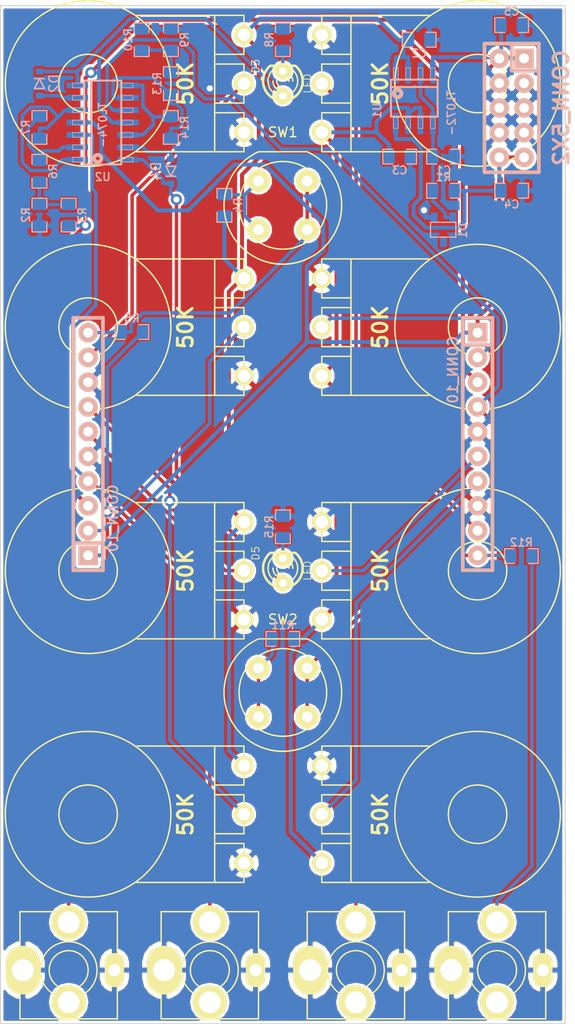
<source format=kicad_pcb>
(kicad_pcb (version 3) (host pcbnew "(2014-02-02 BZR 4653)-product")
  (layers (15 F.Cu signal) (0 B.Cu signal) (18 B.Paste user) (19 F.Paste user) (20 B.SilkS user) (21 F.SilkS user) (22 B.Mask user) (23 F.Mask user) (28 Edge.Cuts user))
  (net 0 "")
  (net 1 +12V)
  (net 2 "+5.0V A")
  (net 3 "+5.0V B")
  (net 4 -12V)
  (net 5 ATT1)
  (net 6 ATT2)
  (net 7 DEC1)
  (net 8 DEC2)
  (net 9 GATE1)
  (net 10 GATE2)
  (net 11 GND)
  (net 12 N-0000012)
  (net 13 N-0000014)
  (net 14 N-0000015)
  (net 15 N-0000016)
  (net 16 N-0000017)
  (net 17 N-0000018)
  (net 18 N-0000019)
  (net 19 N-0000020)
  (net 20 N-0000021)
  (net 21 N-0000022)
  (net 22 N-0000023)
  (net 23 N-0000027)
  (net 24 N-0000030)
  (net 25 N-0000031)
  (net 26 N-0000036)
  (net 27 N-0000038)
  (net 28 N-0000039)
  (net 29 OUT1)
  (net 30 OUT2)
  (net 31 REL1)
  (net 32 REL2)
  (net 33 SUS1)
  (net 34 SUS2)
  (module SOT23-JRL (layer B.Cu) (at 156.5 116)
    (fp_text reference D1 (at 1.99898 0.09906 270) (layer B.SilkS) (effects (font (size 0.8128 0.8128) (thickness 0.1524)) (justify mirror)))
    (fp_text value LM4040-5.0 hide)
    (pad 3 smd rect (at 0 1.27) (size 0.70104 1.00076) (layers B.Cu B.Paste B.Mask))
    (pad 1 smd rect (at 0.9525 -1.27) (size 0.70104 1.00076) (layers B.Cu B.Paste B.Mask) (net 26 N-0000036))
    (pad 2 smd rect (at -0.9525 -1.27) (size 0.70104 1.00076) (layers B.Cu B.Paste B.Mask) (net 11 GND))
  )
  (module SOIC-8-JRL (layer B.Cu) (at 153.5 102.5)
    (fp_text reference U1 (at -3.81 1.27 270) (layer B.SilkS) (effects (font (size 0.8128 0.8128) (thickness 0.1524)) (justify mirror)))
    (fp_text value TL072- (at 3.81 1.524 270) (layer B.SilkS) (effects (font (size 0.8128 0.8128) (thickness 0.1524)) (justify mirror)))
    (pad 1 smd rect (at -1.905 -2.59842) (size 0.59944 2.19964) (layers B.Cu B.Paste B.Mask) (net 2 "+5.0V A"))
    (pad 2 smd rect (at -0.635 -2.59842) (size 0.59944 2.19964) (layers B.Cu B.Paste B.Mask) (net 2 "+5.0V A"))
    (pad 3 smd rect (at 0.635 -2.59842) (size 0.59944 2.19964) (layers B.Cu B.Paste B.Mask) (net 26 N-0000036))
    (pad 4 smd rect (at 1.905 -2.59842) (size 0.59944 2.19964) (layers B.Cu B.Paste B.Mask) (net 4 -12V))
    (pad 5 smd rect (at 1.905 2.59842) (size 0.59944 2.19964) (layers B.Cu B.Paste B.Mask) (net 26 N-0000036))
    (pad 6 smd rect (at 0.635 2.59842) (size 0.59944 2.19964) (layers B.Cu B.Paste B.Mask) (net 3 "+5.0V B"))
    (pad 7 smd rect (at -0.635 2.59842) (size 0.59944 2.19964) (layers B.Cu B.Paste B.Mask) (net 3 "+5.0V B"))
    (pad 8 smd rect (at -1.905 2.59842) (size 0.59944 2.19964) (layers B.Cu B.Paste B.Mask) (net 1 +12V))
  )
  (module SOD323-JRL (layer B.Cu) (at 115 101 90)
    (fp_text reference D2 (at 0 1.524 90) (layer B.SilkS) (effects (font (size 1.016 1.016) (thickness 0.1524)) (justify mirror)))
    (fp_text value 1N4148 hide)
    (pad 1 smd rect (at -1.2446 0 90) (size 0.6096 0.762) (layers B.Cu B.Paste B.Mask) (net 24 N-0000030))
    (pad 2 smd rect (at 1.2446 0 90) (size 0.6096 0.762) (layers B.Cu B.Paste B.Mask) (net 28 N-0000039))
  )
  (module SOD323-JRL (layer B.Cu) (at 128.5 110 270)
    (fp_text reference D4 (at 0 1.524 270) (layer B.SilkS) (effects (font (size 1.016 1.016) (thickness 0.1524)) (justify mirror)))
    (fp_text value 1N4148 hide)
    (pad 1 smd rect (at -1.2446 0 270) (size 0.6096 0.762) (layers B.Cu B.Paste B.Mask) (net 18 N-0000019))
    (pad 2 smd rect (at 1.2446 0 270) (size 0.6096 0.762) (layers B.Cu B.Paste B.Mask) (net 17 N-0000018))
  )
  (module SO14-JRL (layer B.Cu) (at 121.5 105 90)
    (fp_text reference U2 (at -5.588 0 360) (layer B.SilkS) (effects (font (size 0.8128 0.8128) (thickness 0.1524)) (justify mirror)))
    (fp_text value TL074- (at -0.254 0 90) (layer B.SilkS) (effects (font (size 0.8128 0.8128) (thickness 0.1524)) (justify mirror)))
    (pad 1 smd rect (at -3.81 -2.59842 90) (size 0.59944 2.19964) (layers B.Cu B.Paste B.Mask) (net 25 N-0000031))
    (pad 2 smd rect (at -2.54 -2.59842 90) (size 0.59944 2.19964) (layers B.Cu B.Paste B.Mask) (net 14 N-0000015))
    (pad 3 smd rect (at -1.27 -2.59842 90) (size 0.59944 2.19964) (layers B.Cu B.Paste B.Mask) (net 29 OUT1))
    (pad 4 smd rect (at 0 -2.59842 90) (size 0.59944 2.19964) (layers B.Cu B.Paste B.Mask) (net 1 +12V))
    (pad 5 smd rect (at 1.27 -2.59842 90) (size 0.59944 2.19964) (layers B.Cu B.Paste B.Mask) (net 25 N-0000031))
    (pad 6 smd rect (at 2.54 -2.59842 90) (size 0.59944 2.19964) (layers B.Cu B.Paste B.Mask) (net 24 N-0000030))
    (pad 7 smd rect (at 3.81 -2.59842 90) (size 0.59944 2.19964) (layers B.Cu B.Paste B.Mask) (net 28 N-0000039))
    (pad 8 smd rect (at 3.81 2.59842 90) (size 0.59944 2.19964) (layers B.Cu B.Paste B.Mask) (net 22 N-0000023))
    (pad 9 smd rect (at 2.54 2.59842 90) (size 0.59944 2.19964) (layers B.Cu B.Paste B.Mask) (net 16 N-0000017))
    (pad 10 smd rect (at 1.27 2.59842 90) (size 0.59944 2.19964) (layers B.Cu B.Paste B.Mask) (net 30 OUT2))
    (pad 11 smd rect (at 0 2.59842 90) (size 0.59944 2.19964) (layers B.Cu B.Paste B.Mask) (net 4 -12V))
    (pad 12 smd rect (at -1.27 2.59842 90) (size 0.59944 2.19964) (layers B.Cu B.Paste B.Mask) (net 22 N-0000023))
    (pad 13 smd rect (at -2.54 2.59842 90) (size 0.59944 2.19964) (layers B.Cu B.Paste B.Mask) (net 18 N-0000019))
    (pad 14 smd rect (at -3.81 2.59842 90) (size 0.59944 2.19964) (layers B.Cu B.Paste B.Mask) (net 17 N-0000018))
  )
  (module SM0805-HAND (layer B.Cu) (at 115 105.5 270)
    (fp_text reference R7 (at 0 1.397 270) (layer B.SilkS) (effects (font (size 0.8128 0.8128) (thickness 0.1524)) (justify mirror)))
    (fp_text value 82K hide)
    (pad 1 smd rect (at -1.0795 0 270) (size 1.143 1.397) (layers B.Cu B.Paste B.Mask) (net 14 N-0000015))
    (pad 2 smd rect (at 1.0795 0 270) (size 1.143 1.397) (layers B.Cu B.Paste B.Mask) (net 25 N-0000031))
  )
  (module SM0805-HAND (layer B.Cu) (at 164.5 149.5 180)
    (fp_text reference R12 (at 0 1.397 180) (layer B.SilkS) (effects (font (size 0.8128 0.8128) (thickness 0.1524)) (justify mirror)))
    (fp_text value 10K hide)
    (pad 1 smd rect (at -1.0795 0 180) (size 1.143 1.397) (layers B.Cu B.Paste B.Mask) (net 20 N-0000021))
    (pad 2 smd rect (at 1.0795 0 180) (size 1.143 1.397) (layers B.Cu B.Paste B.Mask) (net 10 GATE2))
  )
  (module SM0805-HAND (layer B.Cu) (at 115 110 90)
    (fp_text reference R6 (at 0 1.397 90) (layer B.SilkS) (effects (font (size 0.8128 0.8128) (thickness 0.1524)) (justify mirror)))
    (fp_text value 100K hide)
    (pad 1 smd rect (at -1.0795 0 90) (size 1.143 1.397) (layers B.Cu B.Paste B.Mask) (net 13 N-0000014))
    (pad 2 smd rect (at 1.0795 0 90) (size 1.143 1.397) (layers B.Cu B.Paste B.Mask) (net 14 N-0000015))
  )
  (module SM0805-HAND (layer B.Cu) (at 115 114.5 270)
    (fp_text reference R2 (at 0 1.397 270) (layer B.SilkS) (effects (font (size 0.8128 0.8128) (thickness 0.1524)) (justify mirror)))
    (fp_text value 120K hide)
    (pad 1 smd rect (at -1.0795 0 270) (size 1.143 1.397) (layers B.Cu B.Paste B.Mask) (net 13 N-0000014))
    (pad 2 smd rect (at 1.0795 0 270) (size 1.143 1.397) (layers B.Cu B.Paste B.Mask) (net 11 GND))
  )
  (module SM0805-HAND (layer B.Cu) (at 118 114.5 90)
    (fp_text reference R3 (at 0 1.397 90) (layer B.SilkS) (effects (font (size 0.8128 0.8128) (thickness 0.1524)) (justify mirror)))
    (fp_text value 330K hide)
    (pad 1 smd rect (at -1.0795 0 90) (size 1.143 1.397) (layers B.Cu B.Paste B.Mask) (net 4 -12V))
    (pad 2 smd rect (at 1.0795 0 90) (size 1.143 1.397) (layers B.Cu B.Paste B.Mask) (net 13 N-0000014))
  )
  (module SM0805-HAND (layer B.Cu) (at 124.5 126.5 180)
    (fp_text reference R5 (at 0 1.397 180) (layer B.SilkS) (effects (font (size 0.8128 0.8128) (thickness 0.1524)) (justify mirror)))
    (fp_text value 10K hide)
    (pad 1 smd rect (at -1.0795 0 180) (size 1.143 1.397) (layers B.Cu B.Paste B.Mask) (net 23 N-0000027))
    (pad 2 smd rect (at 1.0795 0 180) (size 1.143 1.397) (layers B.Cu B.Paste B.Mask) (net 9 GATE1))
  )
  (module SM0805-HAND (layer B.Cu) (at 154 96.5)
    (fp_text reference C2 (at 0 1.397) (layer B.SilkS) (effects (font (size 0.8128 0.8128) (thickness 0.1524)) (justify mirror)))
    (fp_text value 100n hide)
    (pad 1 smd rect (at -1.0795 0) (size 1.143 1.397) (layers B.Cu B.Paste B.Mask) (net 2 "+5.0V A"))
    (pad 2 smd rect (at 1.0795 0) (size 1.143 1.397) (layers B.Cu B.Paste B.Mask) (net 11 GND))
  )
  (module SM0805-HAND (layer B.Cu) (at 152 108.5)
    (fp_text reference C3 (at 0 1.397) (layer B.SilkS) (effects (font (size 0.8128 0.8128) (thickness 0.1524)) (justify mirror)))
    (fp_text value 100n hide)
    (pad 1 smd rect (at -1.0795 0) (size 1.143 1.397) (layers B.Cu B.Paste B.Mask) (net 3 "+5.0V B"))
    (pad 2 smd rect (at 1.0795 0) (size 1.143 1.397) (layers B.Cu B.Paste B.Mask) (net 11 GND))
  )
  (module SM0805-HAND (layer B.Cu) (at 140 158 180)
    (fp_text reference R11 (at 0 1.397 180) (layer B.SilkS) (effects (font (size 0.8128 0.8128) (thickness 0.1524)) (justify mirror)))
    (fp_text value 10K hide)
    (pad 1 smd rect (at -1.0795 0 180) (size 1.143 1.397) (layers B.Cu B.Paste B.Mask) (net 3 "+5.0V B"))
    (pad 2 smd rect (at 1.0795 0 180) (size 1.143 1.397) (layers B.Cu B.Paste B.Mask) (net 12 N-0000012))
  )
  (module SM0805-HAND (layer B.Cu) (at 140 146.5 270)
    (fp_text reference R15 (at 0 1.397 270) (layer B.SilkS) (effects (font (size 0.8128 0.8128) (thickness 0.1524)) (justify mirror)))
    (fp_text value 270 hide)
    (pad 1 smd rect (at -1.0795 0 270) (size 1.143 1.397) (layers B.Cu B.Paste B.Mask) (net 11 GND))
    (pad 2 smd rect (at 1.0795 0 270) (size 1.143 1.397) (layers B.Cu B.Paste B.Mask) (net 15 N-0000016))
  )
  (module SM0805-HAND (layer B.Cu) (at 128.5 105.5 90)
    (fp_text reference R14 (at 0 1.397 90) (layer B.SilkS) (effects (font (size 0.8128 0.8128) (thickness 0.1524)) (justify mirror)))
    (fp_text value 82K hide)
    (pad 1 smd rect (at -1.0795 0 90) (size 1.143 1.397) (layers B.Cu B.Paste B.Mask) (net 16 N-0000017))
    (pad 2 smd rect (at 1.0795 0 90) (size 1.143 1.397) (layers B.Cu B.Paste B.Mask) (net 22 N-0000023))
  )
  (module SM0805-HAND (layer B.Cu) (at 128.5 101 270)
    (fp_text reference R13 (at 0 1.397 270) (layer B.SilkS) (effects (font (size 0.8128 0.8128) (thickness 0.1524)) (justify mirror)))
    (fp_text value 100K hide)
    (pad 1 smd rect (at -1.0795 0 270) (size 1.143 1.397) (layers B.Cu B.Paste B.Mask) (net 21 N-0000022))
    (pad 2 smd rect (at 1.0795 0 270) (size 1.143 1.397) (layers B.Cu B.Paste B.Mask) (net 16 N-0000017))
  )
  (module SM0805-HAND (layer B.Cu) (at 128.5 96.5 90)
    (fp_text reference R9 (at 0 1.397 90) (layer B.SilkS) (effects (font (size 0.8128 0.8128) (thickness 0.1524)) (justify mirror)))
    (fp_text value 120K hide)
    (pad 1 smd rect (at -1.0795 0 90) (size 1.143 1.397) (layers B.Cu B.Paste B.Mask) (net 21 N-0000022))
    (pad 2 smd rect (at 1.0795 0 90) (size 1.143 1.397) (layers B.Cu B.Paste B.Mask) (net 11 GND))
  )
  (module SM0805-HAND (layer B.Cu) (at 125.5 96.5 270)
    (fp_text reference R10 (at 0 1.397 270) (layer B.SilkS) (effects (font (size 0.8128 0.8128) (thickness 0.1524)) (justify mirror)))
    (fp_text value 330K hide)
    (pad 1 smd rect (at -1.0795 0 270) (size 1.143 1.397) (layers B.Cu B.Paste B.Mask) (net 4 -12V))
    (pad 2 smd rect (at 1.0795 0 270) (size 1.143 1.397) (layers B.Cu B.Paste B.Mask) (net 21 N-0000022))
  )
  (module SM0805-HAND (layer B.Cu) (at 163.5 95 180)
    (fp_text reference C5 (at 0 1.397 180) (layer B.SilkS) (effects (font (size 0.8128 0.8128) (thickness 0.1524)) (justify mirror)))
    (fp_text value 1μ hide)
    (pad 1 smd rect (at -1.0795 0 180) (size 1.143 1.397) (layers B.Cu B.Paste B.Mask) (net 11 GND))
    (pad 2 smd rect (at 1.0795 0 180) (size 1.143 1.397) (layers B.Cu B.Paste B.Mask) (net 4 -12V))
  )
  (module SM0805-HAND (layer B.Cu) (at 163.5 112)
    (fp_text reference C4 (at 0 1.397) (layer B.SilkS) (effects (font (size 0.8128 0.8128) (thickness 0.1524)) (justify mirror)))
    (fp_text value 1μ hide)
    (pad 1 smd rect (at -1.0795 0) (size 1.143 1.397) (layers B.Cu B.Paste B.Mask) (net 1 +12V))
    (pad 2 smd rect (at 1.0795 0) (size 1.143 1.397) (layers B.Cu B.Paste B.Mask) (net 11 GND))
  )
  (module SM0805-HAND (layer B.Cu) (at 134 113.5 90)
    (fp_text reference R4 (at 0 1.397 90) (layer B.SilkS) (effects (font (size 0.8128 0.8128) (thickness 0.1524)) (justify mirror)))
    (fp_text value 10K hide)
    (pad 1 smd rect (at -1.0795 0 90) (size 1.143 1.397) (layers B.Cu B.Paste B.Mask) (net 2 "+5.0V A"))
    (pad 2 smd rect (at 1.0795 0 90) (size 1.143 1.397) (layers B.Cu B.Paste B.Mask) (net 19 N-0000020))
  )
  (module SM0805-HAND (layer B.Cu) (at 140 96.5 270)
    (fp_text reference R8 (at 0 1.397 270) (layer B.SilkS) (effects (font (size 0.8128 0.8128) (thickness 0.1524)) (justify mirror)))
    (fp_text value 270 hide)
    (pad 1 smd rect (at -1.0795 0 270) (size 1.143 1.397) (layers B.Cu B.Paste B.Mask) (net 11 GND))
    (pad 2 smd rect (at 1.0795 0 270) (size 1.143 1.397) (layers B.Cu B.Paste B.Mask) (net 27 N-0000038))
  )
  (module SM0805-HAND (layer B.Cu) (at 156.5 108.5)
    (fp_text reference C1 (at 0 1.397) (layer B.SilkS) (effects (font (size 0.8128 0.8128) (thickness 0.1524)) (justify mirror)))
    (fp_text value 100n hide)
    (pad 1 smd rect (at -1.0795 0) (size 1.143 1.397) (layers B.Cu B.Paste B.Mask) (net 26 N-0000036))
    (pad 2 smd rect (at 1.0795 0) (size 1.143 1.397) (layers B.Cu B.Paste B.Mask) (net 11 GND))
  )
  (module SM0805-HAND (layer B.Cu) (at 156.5 112 180)
    (fp_text reference R1 (at 0 1.397 180) (layer B.SilkS) (effects (font (size 0.8128 0.8128) (thickness 0.1524)) (justify mirror)))
    (fp_text value 10K hide)
    (pad 1 smd rect (at -1.0795 0 180) (size 1.143 1.397) (layers B.Cu B.Paste B.Mask) (net 1 +12V))
    (pad 2 smd rect (at 1.0795 0 180) (size 1.143 1.397) (layers B.Cu B.Paste B.Mask) (net 26 N-0000036))
  )
  (module RV16A-41 (layer F.Cu) (at 120 101 90)
    (fp_text reference P1 hide)
    (fp_text value 50K (at 0 9.99998 90) (layer F.SilkS) (effects (font (thickness 0.3048))))
    (pad 2 thru_hole circle (at 0 16 90) (size 1.99898 1.99898) (drill 1.30048) (layers *.Cu *.Mask F.SilkS) (net 5 ATT1))
    (pad 3 thru_hole circle (at 5 16 90) (size 1.99898 1.99898) (drill 1.30048) (layers *.Cu *.Mask F.SilkS) (net 2 "+5.0V A"))
    (pad 1 thru_hole circle (at -5 16 90) (size 1.99898 1.99898) (drill 1.30048) (layers *.Cu *.Mask F.SilkS) (net 11 GND))
  )
  (module RV16A-41 (layer F.Cu) (at 120 126 90)
    (fp_text reference P2 hide)
    (fp_text value 50K (at 0 9.99998 90) (layer F.SilkS) (effects (font (thickness 0.3048))))
    (pad 2 thru_hole circle (at 0 16 90) (size 1.99898 1.99898) (drill 1.30048) (layers *.Cu *.Mask F.SilkS) (net 7 DEC1))
    (pad 3 thru_hole circle (at 5 16 90) (size 1.99898 1.99898) (drill 1.30048) (layers *.Cu *.Mask F.SilkS) (net 2 "+5.0V A"))
    (pad 1 thru_hole circle (at -5 16 90) (size 1.99898 1.99898) (drill 1.30048) (layers *.Cu *.Mask F.SilkS) (net 11 GND))
  )
  (module RV16A-41 (layer F.Cu) (at 120 151 90)
    (fp_text reference P3 hide)
    (fp_text value 50K (at 0 9.99998 90) (layer F.SilkS) (effects (font (thickness 0.3048))))
    (pad 2 thru_hole circle (at 0 16 90) (size 1.99898 1.99898) (drill 1.30048) (layers *.Cu *.Mask F.SilkS) (net 33 SUS1))
    (pad 3 thru_hole circle (at 5 16 90) (size 1.99898 1.99898) (drill 1.30048) (layers *.Cu *.Mask F.SilkS) (net 2 "+5.0V A"))
    (pad 1 thru_hole circle (at -5 16 90) (size 1.99898 1.99898) (drill 1.30048) (layers *.Cu *.Mask F.SilkS) (net 11 GND))
  )
  (module RV16A-41 (layer F.Cu) (at 120 176 90)
    (fp_text reference P4 hide)
    (fp_text value 50K (at 0 9.99998 90) (layer F.SilkS) (effects (font (thickness 0.3048))))
    (pad 2 thru_hole circle (at 0 16 90) (size 1.99898 1.99898) (drill 1.30048) (layers *.Cu *.Mask F.SilkS) (net 31 REL1))
    (pad 3 thru_hole circle (at 5 16 90) (size 1.99898 1.99898) (drill 1.30048) (layers *.Cu *.Mask F.SilkS) (net 2 "+5.0V A"))
    (pad 1 thru_hole circle (at -5 16 90) (size 1.99898 1.99898) (drill 1.30048) (layers *.Cu *.Mask F.SilkS) (net 11 GND))
  )
  (module RV16A-41 (layer F.Cu) (at 160 176 270)
    (fp_text reference P8 hide)
    (fp_text value 50K (at 0 9.99998 270) (layer F.SilkS) (effects (font (thickness 0.3048))))
    (pad 2 thru_hole circle (at 0 16 270) (size 1.99898 1.99898) (drill 1.30048) (layers *.Cu *.Mask F.SilkS) (net 32 REL2))
    (pad 3 thru_hole circle (at 5 16 270) (size 1.99898 1.99898) (drill 1.30048) (layers *.Cu *.Mask F.SilkS) (net 3 "+5.0V B"))
    (pad 1 thru_hole circle (at -5 16 270) (size 1.99898 1.99898) (drill 1.30048) (layers *.Cu *.Mask F.SilkS) (net 11 GND))
  )
  (module RV16A-41 (layer F.Cu) (at 160 151 270)
    (fp_text reference P7 hide)
    (fp_text value 50K (at 0 9.99998 270) (layer F.SilkS) (effects (font (thickness 0.3048))))
    (pad 2 thru_hole circle (at 0 16 270) (size 1.99898 1.99898) (drill 1.30048) (layers *.Cu *.Mask F.SilkS) (net 34 SUS2))
    (pad 3 thru_hole circle (at 5 16 270) (size 1.99898 1.99898) (drill 1.30048) (layers *.Cu *.Mask F.SilkS) (net 3 "+5.0V B"))
    (pad 1 thru_hole circle (at -5 16 270) (size 1.99898 1.99898) (drill 1.30048) (layers *.Cu *.Mask F.SilkS) (net 11 GND))
  )
  (module RV16A-41 (layer F.Cu) (at 160 126 270)
    (fp_text reference P6 hide)
    (fp_text value 50K (at 0 9.99998 270) (layer F.SilkS) (effects (font (thickness 0.3048))))
    (pad 2 thru_hole circle (at 0 16 270) (size 1.99898 1.99898) (drill 1.30048) (layers *.Cu *.Mask F.SilkS) (net 8 DEC2))
    (pad 3 thru_hole circle (at 5 16 270) (size 1.99898 1.99898) (drill 1.30048) (layers *.Cu *.Mask F.SilkS) (net 3 "+5.0V B"))
    (pad 1 thru_hole circle (at -5 16 270) (size 1.99898 1.99898) (drill 1.30048) (layers *.Cu *.Mask F.SilkS) (net 11 GND))
  )
  (module RV16A-41 (layer F.Cu) (at 160 101 270)
    (fp_text reference P5 hide)
    (fp_text value 50K (at 0 9.99998 270) (layer F.SilkS) (effects (font (thickness 0.3048))))
    (pad 2 thru_hole circle (at 0 16 270) (size 1.99898 1.99898) (drill 1.30048) (layers *.Cu *.Mask F.SilkS) (net 6 ATT2))
    (pad 3 thru_hole circle (at 5 16 270) (size 1.99898 1.99898) (drill 1.30048) (layers *.Cu *.Mask F.SilkS) (net 3 "+5.0V B"))
    (pad 1 thru_hole circle (at -5 16 270) (size 1.99898 1.99898) (drill 1.30048) (layers *.Cu *.Mask F.SilkS) (net 11 GND))
  )
  (module PJ-301B-JACK (layer F.Cu) (at 147.5 192)
    (fp_text reference J3 hide)
    (fp_text value OUT1 hide)
    (pad 1 thru_hole oval (at -4.7 0) (size 3.5 5) (drill 2.25) (layers *.Cu *.Mask F.SilkS) (net 11 GND))
    (pad 1 thru_hole oval (at 4.7 0) (size 2 3.5) (drill 1.25) (layers *.Cu *.Mask F.SilkS) (net 11 GND))
    (pad 3 thru_hole oval (at 0 -4.9) (size 3.5 3.5) (drill 2.25) (layers *.Cu *.Mask F.SilkS) (net 30 OUT2))
    (pad 2 thru_hole oval (at 0 3.3) (size 3.5 3.5) (drill 2.25) (layers *.Cu *.Mask F.SilkS))
  )
  (module PJ-301B-JACK (layer F.Cu) (at 162 192)
    (fp_text reference J4 hide)
    (fp_text value GATE1 hide)
    (pad 1 thru_hole oval (at -4.7 0) (size 3.5 5) (drill 2.25) (layers *.Cu *.Mask F.SilkS) (net 11 GND))
    (pad 1 thru_hole oval (at 4.7 0) (size 2 3.5) (drill 1.25) (layers *.Cu *.Mask F.SilkS) (net 11 GND))
    (pad 3 thru_hole oval (at 0 -4.9) (size 3.5 3.5) (drill 2.25) (layers *.Cu *.Mask F.SilkS) (net 20 N-0000021))
    (pad 2 thru_hole oval (at 0 3.3) (size 3.5 3.5) (drill 2.25) (layers *.Cu *.Mask F.SilkS))
  )
  (module PJ-301B-JACK (layer F.Cu) (at 132.5 192)
    (fp_text reference J1 hide)
    (fp_text value OUT1 hide)
    (pad 1 thru_hole oval (at -4.7 0) (size 3.5 5) (drill 2.25) (layers *.Cu *.Mask F.SilkS) (net 11 GND))
    (pad 1 thru_hole oval (at 4.7 0) (size 2 3.5) (drill 1.25) (layers *.Cu *.Mask F.SilkS) (net 11 GND))
    (pad 3 thru_hole oval (at 0 -4.9) (size 3.5 3.5) (drill 2.25) (layers *.Cu *.Mask F.SilkS) (net 29 OUT1))
    (pad 2 thru_hole oval (at 0 3.3) (size 3.5 3.5) (drill 2.25) (layers *.Cu *.Mask F.SilkS))
  )
  (module PJ-301B-JACK (layer F.Cu) (at 118 192)
    (fp_text reference J2 hide)
    (fp_text value GATE1 hide)
    (pad 1 thru_hole oval (at -4.7 0) (size 3.5 5) (drill 2.25) (layers *.Cu *.Mask F.SilkS) (net 11 GND))
    (pad 1 thru_hole oval (at 4.7 0) (size 2 3.5) (drill 1.25) (layers *.Cu *.Mask F.SilkS) (net 11 GND))
    (pad 3 thru_hole oval (at 0 -4.9) (size 3.5 3.5) (drill 2.25) (layers *.Cu *.Mask F.SilkS) (net 23 N-0000027))
    (pad 2 thru_hole oval (at 0 3.3) (size 3.5 3.5) (drill 2.25) (layers *.Cu *.Mask F.SilkS))
  )
  (module LED-3MM (layer F.Cu) (at 140 151 90)
    (fp_text reference D5 (at 1.778 -2.794 90) (layer F.SilkS) (effects (font (size 0.762 0.762) (thickness 0.0889))))
    (fp_text value LED (at 0 2.54 90) (layer F.SilkS) (effects (font (size 0.762 0.762) (thickness 0.0889))))
    (pad 1 thru_hole circle (at -1.27 0 90) (size 1.6764 1.6764) (drill 0.8128) (layers *.Cu F.Paste F.SilkS F.Mask) (net 17 N-0000018))
    (pad 2 thru_hole circle (at 1.27 0 90) (size 1.6764 1.6764) (drill 0.8128) (layers *.Cu F.Paste F.SilkS F.Mask) (net 15 N-0000016))
  )
  (module LED-3MM (layer F.Cu) (at 140 101 90)
    (fp_text reference D3 (at 1.778 -2.794 90) (layer F.SilkS) (effects (font (size 0.762 0.762) (thickness 0.0889))))
    (fp_text value LED (at 0 2.54 90) (layer F.SilkS) (effects (font (size 0.762 0.762) (thickness 0.0889))))
    (pad 1 thru_hole circle (at -1.27 0 90) (size 1.6764 1.6764) (drill 0.8128) (layers *.Cu F.Paste F.SilkS F.Mask) (net 28 N-0000039))
    (pad 2 thru_hole circle (at 1.27 0 90) (size 1.6764 1.6764) (drill 0.8128) (layers *.Cu F.Paste F.SilkS F.Mask) (net 27 N-0000038))
  )
  (module KS-01Q-02-JRL (layer F.Cu) (at 140 163.5)
    (fp_text reference SW2 (at 0 -7.5) (layer F.SilkS))
    (fp_text value SW_PUSH hide)
    (pad 4 thru_hole circle (at 2.5 2.5) (size 2.25 2.25) (drill 1.1) (layers *.Cu *.Mask F.SilkS) (net 10 GATE2))
    (pad 3 thru_hole circle (at -2.5 2.5) (size 2.25 2.25) (drill 1.1) (layers *.Cu *.Mask F.SilkS) (net 12 N-0000012))
    (pad 1 thru_hole circle (at -2.5 -2.5) (size 2.25 2.25) (drill 1.1) (layers *.Cu *.Mask F.SilkS) (net 12 N-0000012))
    (pad 2 thru_hole circle (at 2.5 -2.5) (size 2.25 2.25) (drill 1.1) (layers *.Cu *.Mask F.SilkS) (net 10 GATE2))
  )
  (module KS-01Q-02-JRL (layer F.Cu) (at 140 113.5)
    (fp_text reference SW1 (at 0 -7.5) (layer F.SilkS))
    (fp_text value SW_PUSH hide)
    (pad 4 thru_hole circle (at 2.5 2.5) (size 2.25 2.25) (drill 1.1) (layers *.Cu *.Mask F.SilkS) (net 9 GATE1))
    (pad 3 thru_hole circle (at -2.5 2.5) (size 2.25 2.25) (drill 1.1) (layers *.Cu *.Mask F.SilkS) (net 19 N-0000020))
    (pad 1 thru_hole circle (at -2.5 -2.5) (size 2.25 2.25) (drill 1.1) (layers *.Cu *.Mask F.SilkS) (net 19 N-0000020))
    (pad 2 thru_hole circle (at 2.5 -2.5) (size 2.25 2.25) (drill 1.1) (layers *.Cu *.Mask F.SilkS) (net 9 GATE1))
  )
  (module CONN_0100_X_10 (layer B.Cu) (at 160 138 270)
    (fp_text reference EG2 hide)
    (fp_text value CONN_10 (at -7.62 2.54 270) (layer B.SilkS) (effects (font (size 1.016 1.016) (thickness 0.1905)) (justify mirror)))
    (pad 1 thru_hole rect (at -11.43 0 270) (size 1.99898 1.99898) (drill 1.016) (layers *.Cu *.Mask B.SilkS) (net 1 +12V))
    (pad 2 thru_hole circle (at -8.89 0 270) (size 1.99898 1.99898) (drill 1.016) (layers *.Cu *.Mask B.SilkS) (net 8 DEC2))
    (pad 3 thru_hole circle (at -6.35 0 270) (size 1.99898 1.99898) (drill 1.016) (layers *.Cu *.Mask B.SilkS) (net 4 -12V))
    (pad 4 thru_hole circle (at -3.81 0 270) (size 1.99898 1.99898) (drill 1.016) (layers *.Cu *.Mask B.SilkS) (net 30 OUT2))
    (pad 5 thru_hole circle (at -1.27 0 270) (size 1.99898 1.99898) (drill 1.016) (layers *.Cu *.Mask B.SilkS) (net 11 GND))
    (pad 6 thru_hole circle (at 1.27 0 270) (size 1.99898 1.99898) (drill 1.016) (layers *.Cu *.Mask B.SilkS) (net 34 SUS2))
    (pad 7 thru_hole circle (at 3.81 0 270) (size 1.99898 1.99898) (drill 1.016) (layers *.Cu *.Mask B.SilkS) (net 32 REL2))
    (pad 8 thru_hole circle (at 6.35 0 270) (size 1.99898 1.99898) (drill 1.016) (layers *.Cu *.Mask B.SilkS) (net 11 GND))
    (pad 9 thru_hole circle (at 8.89 0 270) (size 1.99898 1.99898) (drill 1.016) (layers *.Cu *.Mask B.SilkS) (net 6 ATT2))
    (pad 10 thru_hole circle (at 11.43 0 270) (size 1.99898 1.99898) (drill 1.016) (layers *.Cu *.Mask B.SilkS) (net 10 GATE2))
  )
  (module CONN_0100_X_10 (layer B.Cu) (at 120 138 90)
    (fp_text reference EG1 hide)
    (fp_text value CONN_10 (at -7.62 2.54 90) (layer B.SilkS) (effects (font (size 1.016 1.016) (thickness 0.1905)) (justify mirror)))
    (pad 1 thru_hole rect (at -11.43 0 90) (size 1.99898 1.99898) (drill 1.016) (layers *.Cu *.Mask B.SilkS) (net 1 +12V))
    (pad 2 thru_hole circle (at -8.89 0 90) (size 1.99898 1.99898) (drill 1.016) (layers *.Cu *.Mask B.SilkS) (net 7 DEC1))
    (pad 3 thru_hole circle (at -6.35 0 90) (size 1.99898 1.99898) (drill 1.016) (layers *.Cu *.Mask B.SilkS) (net 4 -12V))
    (pad 4 thru_hole circle (at -3.81 0 90) (size 1.99898 1.99898) (drill 1.016) (layers *.Cu *.Mask B.SilkS) (net 29 OUT1))
    (pad 5 thru_hole circle (at -1.27 0 90) (size 1.99898 1.99898) (drill 1.016) (layers *.Cu *.Mask B.SilkS) (net 11 GND))
    (pad 6 thru_hole circle (at 1.27 0 90) (size 1.99898 1.99898) (drill 1.016) (layers *.Cu *.Mask B.SilkS) (net 33 SUS1))
    (pad 7 thru_hole circle (at 3.81 0 90) (size 1.99898 1.99898) (drill 1.016) (layers *.Cu *.Mask B.SilkS) (net 31 REL1))
    (pad 8 thru_hole circle (at 6.35 0 90) (size 1.99898 1.99898) (drill 1.016) (layers *.Cu *.Mask B.SilkS) (net 11 GND))
    (pad 9 thru_hole circle (at 8.89 0 90) (size 1.99898 1.99898) (drill 1.016) (layers *.Cu *.Mask B.SilkS) (net 5 ATT1))
    (pad 10 thru_hole circle (at 11.43 0 90) (size 1.99898 1.99898) (drill 1.016) (layers *.Cu *.Mask B.SilkS) (net 9 GATE1))
  )
  (module CONN_0100_2X5_10 (layer B.Cu) (at 163.5 103.5 270)
    (fp_text reference PWR1 hide)
    (fp_text value CONN_5X2 (at 0 -5.08 270) (layer B.SilkS) (effects (font (thickness 0.3048)) (justify mirror)))
    (pad 7 thru_hole circle (at 2.54 -1.27 270) (size 1.99898 1.99898) (drill 1.016) (layers *.Cu *.Mask B.SilkS) (net 11 GND))
    (pad 5 thru_hole circle (at 0 -1.27 270) (size 1.99898 1.99898) (drill 1.016) (layers *.Cu *.Mask B.SilkS) (net 11 GND))
    (pad 9 thru_hole circle (at 5.08 -1.27 270) (size 1.99898 1.99898) (drill 1.016) (layers *.Cu *.Mask B.SilkS) (net 1 +12V))
    (pad 3 thru_hole circle (at -2.54 -1.27 270) (size 1.99898 1.99898) (drill 1.016) (layers *.Cu *.Mask B.SilkS) (net 11 GND))
    (pad 1 thru_hole rect (at -5.08 -1.27 270) (size 1.99898 1.99898) (drill 1.016) (layers *.Cu *.Mask B.SilkS) (net 4 -12V))
    (pad 2 thru_hole circle (at -5.08 1.27 270) (size 1.99898 1.99898) (drill 1.016) (layers *.Cu *.Mask B.SilkS) (net 4 -12V))
    (pad 4 thru_hole circle (at -2.54 1.27 270) (size 1.99898 1.99898) (drill 1.016) (layers *.Cu *.Mask B.SilkS) (net 11 GND))
    (pad 6 thru_hole circle (at 0 1.27 270) (size 1.99898 1.99898) (drill 1.016) (layers *.Cu *.Mask B.SilkS) (net 11 GND))
    (pad 8 thru_hole circle (at 2.54 1.27 270) (size 1.99898 1.99898) (drill 1.016) (layers *.Cu *.Mask B.SilkS) (net 11 GND))
    (pad 10 thru_hole circle (at 5.08 1.27 270) (size 1.99898 1.99898) (drill 1.016) (layers *.Cu *.Mask B.SilkS) (net 1 +12V))
  )
  (gr_line (start 169 197.5) (end 169 197) (angle 90) (layer Edge.Cuts) (width 0.1))
  (gr_line (start 111 197.5) (end 169 197.5) (angle 90) (layer Edge.Cuts) (width 0.1))
  (gr_line (start 111 197) (end 111 197.5) (angle 90) (layer Edge.Cuts) (width 0.1))
  (gr_line (start 140 93) (end 169 93) (angle 90) (layer Edge.Cuts) (width 0.1))
  (gr_line (start 111 93) (end 140 93) (angle 90) (layer Edge.Cuts) (width 0.1))
  (gr_line (start 111 197) (end 111 93) (angle 90) (layer Edge.Cuts) (width 0.1))
  (gr_line (start 169 93) (end 169 197) (angle 90) (layer Edge.Cuts) (width 0.1))
  (segment (start 153.420499 114.518161) (end 153.420499 113.481839) (width 0.4064) (layer B.Cu) (net 1))
  (segment (start 153.2947 106.7065) (end 151.595 106.7065) (width 0.4064) (layer B.Cu) (net 1))
  (segment (start 158.6593 112) (end 158.6593 115.1544) (width 0.4064) (layer B.Cu) (net 1))
  (segment (start 158.6593 115.1544) (end 158.0249 115.7888) (width 0.4064) (layer B.Cu) (net 1))
  (segment (start 158.0249 115.7888) (end 154.691138 115.7888) (width 0.4064) (layer B.Cu) (net 1))
  (segment (start 154.691138 115.7888) (end 153.420499 114.518161) (width 0.4064) (layer B.Cu) (net 1))
  (segment (start 153.420499 113.481839) (end 154.1708 112.731538) (width 0.4064) (layer B.Cu) (net 1))
  (segment (start 154.1708 112.731538) (end 154.1708 107.5826) (width 0.4064) (layer B.Cu) (net 1))
  (segment (start 154.1708 107.5826) (end 153.2947 106.7065) (width 0.4064) (layer B.Cu) (net 1))
  (segment (start 151.595 106.7065) (end 151.595 105.0984) (width 0.4064) (layer B.Cu) (net 1))
  (segment (start 160 126.57) (end 158.4922 126.57) (width 0.4064) (layer B.Cu) (net 1))
  (segment (start 160 126.57) (end 160 125.0622) (width 0.4064) (layer F.Cu) (net 1))
  (segment (start 157.5795 112) (end 158.6593 112) (width 0.4064) (layer B.Cu) (net 1))
  (segment (start 162.4205 112) (end 158.6593 112) (width 0.4064) (layer B.Cu) (net 1))
  (segment (start 162.23 122.8322) (end 162.23 108.58) (width 0.4064) (layer F.Cu) (net 1))
  (segment (start 160 125.0622) (end 162.23 122.8322) (width 0.4064) (layer F.Cu) (net 1))
  (segment (start 162.23 108.58) (end 164.77 108.58) (width 0.4064) (layer F.Cu) (net 1))
  (segment (start 162.23 110.6027) (end 162.4205 110.7932) (width 0.4064) (layer B.Cu) (net 1))
  (segment (start 162.23 108.58) (end 162.23 110.6027) (width 0.4064) (layer B.Cu) (net 1))
  (segment (start 162.4205 112) (end 162.4205 110.7932) (width 0.4064) (layer B.Cu) (net 1))
  (segment (start 118.9016 105) (end 120.5097 105) (width 0.4064) (layer B.Cu) (net 1))
  (segment (start 157.5246 127.5376) (end 142.4923 127.5376) (width 0.4064) (layer B.Cu) (net 1))
  (segment (start 158.4922 126.57) (end 157.5246 127.5376) (width 0.4064) (layer B.Cu) (net 1))
  (segment (start 121.3525 105.8428) (end 120.5097 105) (width 0.4064) (layer B.Cu) (net 1))
  (segment (start 121.3525 108.2046) (end 121.3525 105.8428) (width 0.4064) (layer B.Cu) (net 1))
  (segment (start 127.1736 114.0257) (end 121.3525 108.2046) (width 0.4064) (layer B.Cu) (net 1))
  (segment (start 130.3006 114.0257) (end 127.1736 114.0257) (width 0.4064) (layer B.Cu) (net 1))
  (segment (start 135.002 109.3243) (end 130.3006 114.0257) (width 0.4064) (layer B.Cu) (net 1))
  (segment (start 138.1343 109.3243) (end 135.002 109.3243) (width 0.4064) (layer B.Cu) (net 1))
  (segment (start 144.1695 115.3595) (end 138.1343 109.3243) (width 0.4064) (layer B.Cu) (net 1))
  (segment (start 144.1695 118.0789) (end 144.1695 115.3595) (width 0.4064) (layer B.Cu) (net 1))
  (segment (start 142.4658 119.7826) (end 144.1695 118.0789) (width 0.4064) (layer B.Cu) (net 1))
  (segment (start 142.4658 127.5111) (end 142.4658 119.7826) (width 0.4064) (layer B.Cu) (net 1))
  (segment (start 142.4923 127.5376) (end 142.4658 127.5111) (width 0.4064) (layer B.Cu) (net 1))
  (segment (start 121.5078 148.5221) (end 121.5078 149.43) (width 0.4064) (layer B.Cu) (net 1))
  (segment (start 142.4923 127.5376) (end 121.5078 148.5221) (width 0.4064) (layer B.Cu) (net 1))
  (segment (start 120 149.43) (end 121.5078 149.43) (width 0.4064) (layer B.Cu) (net 1))
  (segment (start 134 119) (end 134 114.5795) (width 0.4064) (layer B.Cu) (net 2))
  (segment (start 136 121) (end 134 119) (width 0.4064) (layer B.Cu) (net 2))
  (segment (start 149.6716 94.3309) (end 151.8407 96.5) (width 0.4064) (layer B.Cu) (net 2))
  (segment (start 137.6691 94.3309) (end 149.6716 94.3309) (width 0.4064) (layer B.Cu) (net 2))
  (segment (start 136 96) (end 137.6691 94.3309) (width 0.4064) (layer B.Cu) (net 2))
  (segment (start 152.9205 96.5) (end 152.3806 96.5) (width 0.4064) (layer B.Cu) (net 2))
  (segment (start 152.3806 96.5) (end 151.8407 96.5) (width 0.4064) (layer B.Cu) (net 2))
  (segment (start 151.595 99.9016) (end 151.595 98.2935) (width 0.4064) (layer B.Cu) (net 2))
  (segment (start 152.3806 96.5) (end 152.3806 98.2935) (width 0.4064) (layer B.Cu) (net 2))
  (segment (start 152.865 98.2935) (end 152.3806 98.2935) (width 0.4064) (layer B.Cu) (net 2))
  (segment (start 152.3806 98.2935) (end 151.595 98.2935) (width 0.4064) (layer B.Cu) (net 2))
  (segment (start 152.865 99.9016) (end 152.865 98.2935) (width 0.4064) (layer B.Cu) (net 2))
  (segment (start 137.5254 97.5254) (end 136 96) (width 0.4064) (layer F.Cu) (net 2))
  (segment (start 137.5254 108.6204) (end 137.5254 97.5254) (width 0.4064) (layer F.Cu) (net 2))
  (segment (start 135.8064 110.3394) (end 137.5254 108.6204) (width 0.4064) (layer F.Cu) (net 2))
  (segment (start 135.8064 121) (end 135.8064 110.3394) (width 0.4064) (layer F.Cu) (net 2))
  (segment (start 134.4515 122.3549) (end 135.8064 121) (width 0.4064) (layer F.Cu) (net 2))
  (segment (start 134.4515 144.4515) (end 134.4515 122.3549) (width 0.4064) (layer F.Cu) (net 2))
  (segment (start 136 146) (end 134.4515 144.4515) (width 0.4064) (layer F.Cu) (net 2))
  (segment (start 135.8064 121) (end 136 121) (width 0.4064) (layer F.Cu) (net 2))
  (segment (start 134.4722 147.5278) (end 136 146) (width 0.4064) (layer B.Cu) (net 2))
  (segment (start 134.4722 169.4722) (end 134.4722 147.5278) (width 0.4064) (layer B.Cu) (net 2))
  (segment (start 136 171) (end 134.4722 169.4722) (width 0.4064) (layer B.Cu) (net 2))
  (segment (start 145.5079 154.4921) (end 144 156) (width 0.4064) (layer F.Cu) (net 3))
  (segment (start 145.5079 132.5079) (end 145.5079 154.4921) (width 0.4064) (layer F.Cu) (net 3))
  (segment (start 144 131) (end 145.5079 132.5079) (width 0.4064) (layer F.Cu) (net 3))
  (segment (start 145.5132 129.4868) (end 144 131) (width 0.4064) (layer F.Cu) (net 3))
  (segment (start 145.5132 107.5132) (end 145.5132 129.4868) (width 0.4064) (layer F.Cu) (net 3))
  (segment (start 144 106) (end 145.5132 107.5132) (width 0.4064) (layer F.Cu) (net 3))
  (segment (start 142.1593 157.8407) (end 142.1593 158) (width 0.4064) (layer B.Cu) (net 3))
  (segment (start 144 156) (end 142.1593 157.8407) (width 0.4064) (layer B.Cu) (net 3))
  (segment (start 141.0795 158) (end 142.1593 158) (width 0.4064) (layer B.Cu) (net 3))
  (segment (start 140.8097 159.4766) (end 141.0795 159.2068) (width 0.4064) (layer B.Cu) (net 3))
  (segment (start 140.8097 177.8097) (end 140.8097 159.4766) (width 0.4064) (layer B.Cu) (net 3))
  (segment (start 144 181) (end 140.8097 177.8097) (width 0.4064) (layer B.Cu) (net 3))
  (segment (start 141.0795 158) (end 141.0795 159.2068) (width 0.4064) (layer B.Cu) (net 3))
  (segment (start 150.9205 108.5) (end 150.9205 107.2932) (width 0.4064) (layer B.Cu) (net 3))
  (segment (start 151.0389 103.4903) (end 152.865 103.4903) (width 0.4064) (layer B.Cu) (net 3))
  (segment (start 149.6273 104.9019) (end 151.0389 103.4903) (width 0.4064) (layer B.Cu) (net 3))
  (segment (start 149.6273 106) (end 149.6273 104.9019) (width 0.4064) (layer B.Cu) (net 3))
  (segment (start 150.9205 107.2932) (end 149.6273 106) (width 0.4064) (layer B.Cu) (net 3))
  (segment (start 149.6273 106) (end 144 106) (width 0.4064) (layer B.Cu) (net 3))
  (segment (start 152.865 105.0984) (end 152.865 104.2943) (width 0.4064) (layer B.Cu) (net 3))
  (segment (start 152.865 104.2943) (end 152.865 103.4903) (width 0.4064) (layer B.Cu) (net 3))
  (segment (start 153.5684 103.4903) (end 154.135 103.4903) (width 0.4064) (layer B.Cu) (net 3))
  (segment (start 152.865 104.1937) (end 153.5684 103.4903) (width 0.4064) (layer B.Cu) (net 3))
  (segment (start 152.865 104.2943) (end 152.865 104.1937) (width 0.4064) (layer B.Cu) (net 3))
  (segment (start 154.135 105.0984) (end 154.135 103.4903) (width 0.4064) (layer B.Cu) (net 3))
  (via (at 120.2807 99.8811) (size 1.143) (layers F.Cu B.Cu) (net 4))
  (via (at 119.7234 115.546) (size 1.143) (layers F.Cu B.Cu) (net 4))
  (segment (start 124.0984 105) (end 122.4903 105) (width 0.4064) (layer B.Cu) (net 4))
  (segment (start 164.77 98.42) (end 163.2622 98.42) (width 0.4064) (layer B.Cu) (net 4))
  (segment (start 163.0717 98.2295) (end 163.2622 98.42) (width 0.4064) (layer B.Cu) (net 4))
  (segment (start 162.4205 98.2295) (end 163.0717 98.2295) (width 0.4064) (layer B.Cu) (net 4))
  (segment (start 162.4205 98.2295) (end 162.4205 95) (width 0.4064) (layer B.Cu) (net 4))
  (segment (start 162.23 98.42) (end 162.4205 98.2295) (width 0.4064) (layer B.Cu) (net 4))
  (segment (start 155.405 99.9016) (end 155.405 98.2935) (width 0.4064) (layer B.Cu) (net 4))
  (segment (start 162.1035 98.2935) (end 155.405 98.2935) (width 0.4064) (layer B.Cu) (net 4))
  (segment (start 162.23 98.42) (end 162.1035 98.2935) (width 0.4064) (layer B.Cu) (net 4))
  (segment (start 158.4915 130.1415) (end 158.4915 102.1585) (width 0.4064) (layer F.Cu) (net 4))
  (segment (start 160 131.65) (end 158.4915 130.1415) (width 0.4064) (layer F.Cu) (net 4))
  (segment (start 158.4915 102.1585) (end 162.23 98.42) (width 0.4064) (layer F.Cu) (net 4))
  (segment (start 125.5 95.4205) (end 124.2932 95.4205) (width 0.4064) (layer B.Cu) (net 4))
  (segment (start 120.2807 99.8811) (end 121.1322 99.8811) (width 0.4064) (layer B.Cu) (net 4))
  (segment (start 121.1322 103.6419) (end 121.1322 99.8811) (width 0.4064) (layer B.Cu) (net 4))
  (segment (start 122.4903 105) (end 121.1322 103.6419) (width 0.4064) (layer B.Cu) (net 4))
  (segment (start 121.1322 98.5815) (end 124.2932 95.4205) (width 0.4064) (layer B.Cu) (net 4))
  (segment (start 121.1322 99.8811) (end 121.1322 98.5815) (width 0.4064) (layer B.Cu) (net 4))
  (segment (start 125.7116 94.4502) (end 120.2807 99.8811) (width 0.4064) (layer F.Cu) (net 4))
  (segment (start 150.7832 94.4502) (end 125.7116 94.4502) (width 0.4064) (layer F.Cu) (net 4))
  (segment (start 158.4915 102.1585) (end 150.7832 94.4502) (width 0.4064) (layer F.Cu) (net 4))
  (segment (start 119.7234 100.4384) (end 119.7234 115.546) (width 0.4064) (layer F.Cu) (net 4))
  (segment (start 120.2807 99.8811) (end 119.7234 100.4384) (width 0.4064) (layer F.Cu) (net 4))
  (segment (start 119.2403 115.546) (end 119.2068 115.5795) (width 0.4064) (layer B.Cu) (net 4))
  (segment (start 119.7234 115.546) (end 119.2403 115.546) (width 0.4064) (layer B.Cu) (net 4))
  (segment (start 118 115.5795) (end 119.2068 115.5795) (width 0.4064) (layer B.Cu) (net 4))
  (segment (start 118.4616 116.8078) (end 119.7234 115.546) (width 0.4064) (layer F.Cu) (net 4))
  (segment (start 118.4616 142.8116) (end 118.4616 116.8078) (width 0.4064) (layer F.Cu) (net 4))
  (segment (start 120 144.35) (end 118.4616 142.8116) (width 0.4064) (layer F.Cu) (net 4))
  (segment (start 124.5218 112.4782) (end 136 101) (width 0.3556) (layer F.Cu) (net 5))
  (segment (start 124.5218 124.5882) (end 124.5218 112.4782) (width 0.3556) (layer F.Cu) (net 5))
  (segment (start 120 129.11) (end 124.5218 124.5882) (width 0.3556) (layer F.Cu) (net 5))
  (segment (start 147.5175 104.5175) (end 144 101) (width 0.3556) (layer F.Cu) (net 6))
  (segment (start 147.5175 134.4075) (end 147.5175 104.5175) (width 0.3556) (layer F.Cu) (net 6))
  (segment (start 160 146.89) (end 147.5175 134.4075) (width 0.3556) (layer F.Cu) (net 6))
  (segment (start 132.4825 129.5175) (end 136 126) (width 0.3556) (layer B.Cu) (net 7))
  (segment (start 132.4825 135.899) (end 132.4825 129.5175) (width 0.3556) (layer B.Cu) (net 7))
  (segment (start 121.4915 146.89) (end 132.4825 135.899) (width 0.3556) (layer B.Cu) (net 7))
  (segment (start 120 146.89) (end 121.4915 146.89) (width 0.3556) (layer B.Cu) (net 7))
  (segment (start 144.9125 125.0875) (end 144 126) (width 0.3556) (layer B.Cu) (net 8))
  (segment (start 161.2075 125.0875) (end 144.9125 125.0875) (width 0.3556) (layer B.Cu) (net 8))
  (segment (start 161.4825 125.3625) (end 161.2075 125.0875) (width 0.3556) (layer B.Cu) (net 8))
  (segment (start 161.4825 127.7731) (end 161.4825 125.3625) (width 0.3556) (layer B.Cu) (net 8))
  (segment (start 160.1456 129.11) (end 161.4825 127.7731) (width 0.3556) (layer B.Cu) (net 8))
  (segment (start 160 129.11) (end 160.1456 129.11) (width 0.3556) (layer B.Cu) (net 8))
  (segment (start 142.5 111) (end 142.5 116) (width 0.3556) (layer F.Cu) (net 9))
  (segment (start 142.5 116.6093) (end 142.5 116) (width 0.3556) (layer B.Cu) (net 9))
  (segment (start 134.5672 124.5421) (end 142.5 116.6093) (width 0.3556) (layer B.Cu) (net 9))
  (segment (start 125.6293 124.5421) (end 134.5672 124.5421) (width 0.3556) (layer B.Cu) (net 9))
  (segment (start 124.4241 125.7473) (end 125.6293 124.5421) (width 0.3556) (layer B.Cu) (net 9))
  (segment (start 124.4241 126.5) (end 124.4241 125.7473) (width 0.3556) (layer B.Cu) (net 9))
  (segment (start 123.4205 126.5) (end 124.4241 126.5) (width 0.3556) (layer B.Cu) (net 9))
  (segment (start 122.3469 126.57) (end 122.4169 126.5) (width 0.3556) (layer B.Cu) (net 9))
  (segment (start 120 126.57) (end 122.3469 126.57) (width 0.3556) (layer B.Cu) (net 9))
  (segment (start 123.4205 126.5) (end 122.4169 126.5) (width 0.3556) (layer B.Cu) (net 9))
  (segment (start 162.3469 149.43) (end 162.4169 149.5) (width 0.3556) (layer B.Cu) (net 10))
  (segment (start 160 149.43) (end 162.3469 149.43) (width 0.3556) (layer B.Cu) (net 10))
  (segment (start 163.4205 149.5) (end 162.4169 149.5) (width 0.3556) (layer B.Cu) (net 10))
  (segment (start 142.5 161) (end 142.5 166) (width 0.3556) (layer F.Cu) (net 10))
  (segment (start 154.07 149.43) (end 142.5 161) (width 0.3556) (layer F.Cu) (net 10))
  (segment (start 160 149.43) (end 154.07 149.43) (width 0.3556) (layer F.Cu) (net 10))
  (segment (start 155.5475 114.73) (end 154.79058 114.73) (width 0.4064) (layer B.Cu) (net 11))
  (segment (start 154.79058 114.73) (end 154.5 114.43942) (width 0.4064) (layer B.Cu) (net 11))
  (segment (start 154.5 114.43942) (end 154.5 114) (width 0.4064) (layer B.Cu) (net 11))
  (via (at 154.5 114) (size 1.143) (layers F.Cu B.Cu) (net 11))
  (segment (start 132.5 98.3156) (end 132.5 101.5) (width 0.4064) (layer B.Cu) (net 11))
  (segment (start 129.6049 95.4205) (end 132.5 98.3156) (width 0.4064) (layer B.Cu) (net 11))
  (segment (start 128.5 95.4205) (end 129.6049 95.4205) (width 0.4064) (layer B.Cu) (net 11))
  (via (at 132.5 101.5) (size 1.143) (layers F.Cu B.Cu) (net 11))
  (segment (start 137.5 161) (end 137.5 166) (width 0.3556) (layer F.Cu) (net 12))
  (segment (start 138.9205 159.5795) (end 138.9205 158) (width 0.3556) (layer B.Cu) (net 12))
  (segment (start 137.5 161) (end 138.9205 159.5795) (width 0.3556) (layer B.Cu) (net 12))
  (segment (start 115 111.0795) (end 115 112.0831) (width 0.3556) (layer B.Cu) (net 13))
  (segment (start 118 113.4205) (end 115 113.4205) (width 0.3556) (layer B.Cu) (net 13))
  (segment (start 115 113.4205) (end 115 112.0831) (width 0.3556) (layer B.Cu) (net 13))
  (segment (start 116.9928 107.9169) (end 117.3697 107.54) (width 0.3556) (layer B.Cu) (net 14))
  (segment (start 115 107.9169) (end 116.9928 107.9169) (width 0.3556) (layer B.Cu) (net 14))
  (segment (start 118.9016 107.54) (end 117.3697 107.54) (width 0.3556) (layer B.Cu) (net 14))
  (segment (start 114.6535 108.114) (end 115 108.114) (width 0.3556) (layer B.Cu) (net 14))
  (segment (start 113.8592 107.3197) (end 114.6535 108.114) (width 0.3556) (layer B.Cu) (net 14))
  (segment (start 113.8592 105.5613) (end 113.8592 107.3197) (width 0.3556) (layer B.Cu) (net 14))
  (segment (start 115 104.4205) (end 113.8592 105.5613) (width 0.3556) (layer B.Cu) (net 14))
  (segment (start 115 108.9205) (end 115 108.114) (width 0.3556) (layer B.Cu) (net 14))
  (segment (start 115 108.114) (end 115 107.9169) (width 0.3556) (layer B.Cu) (net 14))
  (segment (start 140 149.73) (end 140 147.5795) (width 0.3556) (layer B.Cu) (net 15))
  (segment (start 129.2527 105.5759) (end 128.5 105.5759) (width 0.3556) (layer B.Cu) (net 16))
  (segment (start 129.6553 105.1733) (end 129.2527 105.5759) (width 0.3556) (layer B.Cu) (net 16))
  (segment (start 129.6553 103.6896) (end 129.6553 105.1733) (width 0.3556) (layer B.Cu) (net 16))
  (segment (start 129.0488 103.0831) (end 129.6553 103.6896) (width 0.3556) (layer B.Cu) (net 16))
  (segment (start 128.5 103.0831) (end 129.0488 103.0831) (width 0.3556) (layer B.Cu) (net 16))
  (segment (start 128.5 102.3601) (end 128.5 103.0831) (width 0.3556) (layer B.Cu) (net 16))
  (segment (start 128.5 102.3601) (end 128.5 102.3357) (width 0.3556) (layer B.Cu) (net 16))
  (segment (start 128.5 106.5795) (end 128.5 105.5759) (width 0.3556) (layer B.Cu) (net 16))
  (segment (start 128.5 102.0795) (end 128.5 102.2076) (width 0.3556) (layer B.Cu) (net 16))
  (segment (start 128.5 102.2076) (end 128.5 102.3357) (width 0.3556) (layer B.Cu) (net 16))
  (segment (start 122.5665 100.7104) (end 122.5665 102.46) (width 0.3556) (layer B.Cu) (net 16))
  (segment (start 122.8577 100.4192) (end 122.5665 100.7104) (width 0.3556) (layer B.Cu) (net 16))
  (segment (start 126.7116 100.4192) (end 122.8577 100.4192) (width 0.3556) (layer B.Cu) (net 16))
  (segment (start 128.5 102.2076) (end 126.7116 100.4192) (width 0.3556) (layer B.Cu) (net 16))
  (segment (start 124.0984 102.46) (end 122.5665 102.46) (width 0.3556) (layer B.Cu) (net 16))
  (via (at 129.0696 112.8962) (size 1.143) (layers F.Cu B.Cu) (net 17))
  (segment (start 129.0696 141.3396) (end 129.0696 112.8962) (width 0.3556) (layer F.Cu) (net 17))
  (segment (start 140 152.27) (end 129.0696 141.3396) (width 0.3556) (layer F.Cu) (net 17))
  (segment (start 124.0984 108.81) (end 125.6303 108.81) (width 0.3556) (layer B.Cu) (net 17))
  (segment (start 128.5 112.3266) (end 128.5 111.2446) (width 0.3556) (layer B.Cu) (net 17))
  (segment (start 129.0696 112.8962) (end 128.5 112.3266) (width 0.3556) (layer B.Cu) (net 17))
  (segment (start 127.6869 110.8666) (end 125.6303 108.81) (width 0.3556) (layer B.Cu) (net 17))
  (segment (start 127.6869 111.2446) (end 127.6869 110.8666) (width 0.3556) (layer B.Cu) (net 17))
  (segment (start 128.5 111.2446) (end 127.6869 111.2446) (width 0.3556) (layer B.Cu) (net 17))
  (segment (start 126.1088 108.0185) (end 128.5 108.0185) (width 0.3556) (layer B.Cu) (net 18))
  (segment (start 125.6303 107.54) (end 126.1088 108.0185) (width 0.3556) (layer B.Cu) (net 18))
  (segment (start 128.5 108.7554) (end 128.5 108.0185) (width 0.3556) (layer B.Cu) (net 18))
  (segment (start 124.0984 107.54) (end 125.6303 107.54) (width 0.3556) (layer B.Cu) (net 18))
  (segment (start 136.0795 114.5795) (end 136.0795 112.4205) (width 0.3556) (layer B.Cu) (net 19))
  (segment (start 137.5 116) (end 136.0795 114.5795) (width 0.3556) (layer B.Cu) (net 19))
  (segment (start 137.5 111) (end 136.0795 112.4205) (width 0.3556) (layer B.Cu) (net 19))
  (segment (start 136.0795 112.4205) (end 134 112.4205) (width 0.3556) (layer B.Cu) (net 19))
  (segment (start 165.5795 181.3384) (end 165.5795 149.5) (width 0.3556) (layer B.Cu) (net 20))
  (segment (start 162 184.9179) (end 165.5795 181.3384) (width 0.3556) (layer B.Cu) (net 20))
  (segment (start 162 187.1) (end 162 184.9179) (width 0.3556) (layer B.Cu) (net 20))
  (segment (start 128.5 99.9205) (end 128.5 98.9169) (width 0.3556) (layer B.Cu) (net 21))
  (segment (start 125.5 97.5795) (end 128.5 97.5795) (width 0.3556) (layer B.Cu) (net 21))
  (segment (start 128.5 97.5795) (end 128.5 98.9169) (width 0.3556) (layer B.Cu) (net 21))
  (segment (start 124.0984 101.19) (end 125.6303 101.19) (width 0.3556) (layer B.Cu) (net 22))
  (segment (start 124.0984 106.27) (end 125.6303 106.27) (width 0.3556) (layer B.Cu) (net 22))
  (segment (start 128.5 104.4205) (end 127.3694 104.4205) (width 0.3556) (layer B.Cu) (net 22))
  (segment (start 127.3694 104.4205) (end 126.6778 104.4205) (width 0.3556) (layer B.Cu) (net 22))
  (segment (start 125.6303 103.373) (end 126.6778 104.4205) (width 0.3556) (layer B.Cu) (net 22))
  (segment (start 125.6303 101.19) (end 125.6303 103.373) (width 0.3556) (layer B.Cu) (net 22))
  (segment (start 126.6778 105.2225) (end 125.6303 106.27) (width 0.3556) (layer B.Cu) (net 22))
  (segment (start 126.6778 104.4205) (end 126.6778 105.2225) (width 0.3556) (layer B.Cu) (net 22))
  (via (at 121.9711 144.9644) (size 1.143) (layers F.Cu B.Cu) (net 23))
  (segment (start 121.9711 180.9468) (end 121.9711 144.9644) (width 0.3556) (layer F.Cu) (net 23))
  (segment (start 118 184.9179) (end 121.9711 180.9468) (width 0.3556) (layer F.Cu) (net 23))
  (segment (start 121.9711 130.1084) (end 125.5795 126.5) (width 0.3556) (layer B.Cu) (net 23))
  (segment (start 121.9711 144.9644) (end 121.9711 130.1084) (width 0.3556) (layer B.Cu) (net 23))
  (segment (start 118 187.1) (end 118 184.9179) (width 0.3556) (layer F.Cu) (net 23))
  (segment (start 117.1543 102.2446) (end 115 102.2446) (width 0.3556) (layer B.Cu) (net 24))
  (segment (start 117.3697 102.46) (end 117.1543 102.2446) (width 0.3556) (layer B.Cu) (net 24))
  (segment (start 118.9016 102.46) (end 117.3697 102.46) (width 0.3556) (layer B.Cu) (net 24))
  (segment (start 115 106.5795) (end 115 105.5759) (width 0.3556) (layer B.Cu) (net 25))
  (segment (start 118.9016 103.73) (end 117.9438 103.73) (width 0.3556) (layer B.Cu) (net 25))
  (segment (start 118.9016 108.81) (end 117.3697 108.81) (width 0.3556) (layer B.Cu) (net 25))
  (segment (start 116.2555 109.9242) (end 117.3697 108.81) (width 0.3556) (layer B.Cu) (net 25))
  (segment (start 114.0932 109.9242) (end 116.2555 109.9242) (width 0.3556) (layer B.Cu) (net 25))
  (segment (start 113.2313 109.0623) (end 114.0932 109.9242) (width 0.3556) (layer B.Cu) (net 25))
  (segment (start 113.2313 104.2734) (end 113.2313 109.0623) (width 0.3556) (layer B.Cu) (net 25))
  (segment (start 114.0879 103.4168) (end 113.2313 104.2734) (width 0.3556) (layer B.Cu) (net 25))
  (segment (start 115.9248 103.4168) (end 114.0879 103.4168) (width 0.3556) (layer B.Cu) (net 25))
  (segment (start 116.9292 104.4212) (end 115.9248 103.4168) (width 0.3556) (layer B.Cu) (net 25))
  (segment (start 117.6204 103.73) (end 116.9292 104.4212) (width 0.3556) (layer B.Cu) (net 25))
  (segment (start 117.9438 103.73) (end 117.6204 103.73) (width 0.3556) (layer B.Cu) (net 25))
  (segment (start 115.7745 105.5759) (end 115 105.5759) (width 0.3556) (layer B.Cu) (net 25))
  (segment (start 116.9292 104.4212) (end 115.7745 105.5759) (width 0.3556) (layer B.Cu) (net 25))
  (segment (start 154.135 102.2965) (end 154.135 99.9016) (width 0.3556) (layer B.Cu) (net 26))
  (segment (start 155.405 103.5665) (end 154.135 102.2965) (width 0.3556) (layer B.Cu) (net 26))
  (segment (start 155.405 105.0984) (end 155.405 103.5665) (width 0.3556) (layer B.Cu) (net 26))
  (segment (start 155.4205 106.6458) (end 155.405 106.6303) (width 0.3556) (layer B.Cu) (net 26))
  (segment (start 155.4205 108.5) (end 155.4205 106.6458) (width 0.3556) (layer B.Cu) (net 26))
  (segment (start 155.405 105.0984) (end 155.405 106.6303) (width 0.3556) (layer B.Cu) (net 26))
  (segment (start 155.4205 108.5) (end 155.4205 112) (width 0.3556) (layer B.Cu) (net 26))
  (segment (start 156.6699 114.2719) (end 156.6699 114.73) (width 0.3556) (layer B.Cu) (net 26))
  (segment (start 155.5286 113.1306) (end 156.6699 114.2719) (width 0.3556) (layer B.Cu) (net 26))
  (segment (start 155.4205 113.1306) (end 155.5286 113.1306) (width 0.3556) (layer B.Cu) (net 26))
  (segment (start 155.4205 112) (end 155.4205 113.1306) (width 0.3556) (layer B.Cu) (net 26))
  (segment (start 157.4525 114.73) (end 156.6699 114.73) (width 0.3556) (layer B.Cu) (net 26))
  (segment (start 140 99.73) (end 140 97.5795) (width 0.3556) (layer B.Cu) (net 27))
  (segment (start 115 99.7554) (end 115.8131 99.7554) (width 0.3556) (layer B.Cu) (net 28))
  (segment (start 118.9016 99.7554) (end 115.8131 99.7554) (width 0.3556) (layer B.Cu) (net 28))
  (segment (start 124.329 94.328) (end 118.9016 99.7554) (width 0.3556) (layer B.Cu) (net 28))
  (segment (start 132.058 94.328) (end 124.329 94.328) (width 0.3556) (layer B.Cu) (net 28))
  (segment (start 140 102.27) (end 132.058 94.328) (width 0.3556) (layer B.Cu) (net 28))
  (segment (start 118.9016 99.7554) (end 118.9016 101.19) (width 0.3556) (layer B.Cu) (net 28))
  (segment (start 132.5 154.0345) (end 132.5 187.1) (width 0.3556) (layer F.Cu) (net 29))
  (segment (start 120.2755 141.81) (end 132.5 154.0345) (width 0.3556) (layer F.Cu) (net 29))
  (segment (start 120 141.81) (end 120.2755 141.81) (width 0.3556) (layer F.Cu) (net 29))
  (segment (start 120.4335 111.8155) (end 120.4335 106.27) (width 0.3556) (layer B.Cu) (net 29))
  (segment (start 120.795 112.177) (end 120.4335 111.8155) (width 0.3556) (layer B.Cu) (net 29))
  (segment (start 120.795 123.7313) (end 120.795 112.177) (width 0.3556) (layer B.Cu) (net 29))
  (segment (start 118.5144 126.0119) (end 120.795 123.7313) (width 0.3556) (layer B.Cu) (net 29))
  (segment (start 118.5144 140.3244) (end 118.5144 126.0119) (width 0.3556) (layer B.Cu) (net 29))
  (segment (start 120 141.81) (end 118.5144 140.3244) (width 0.3556) (layer B.Cu) (net 29))
  (segment (start 118.9016 106.27) (end 120.4335 106.27) (width 0.3556) (layer B.Cu) (net 29))
  (segment (start 130.81419 97.83879) (end 129.5008 96.5254) (width 0.3556) (layer B.Cu) (net 30))
  (segment (start 160 134.19) (end 162.1218 132.0682) (width 0.3556) (layer B.Cu) (net 30))
  (segment (start 162.1218 132.0682) (end 162.1218 125.1356) (width 0.3556) (layer B.Cu) (net 30))
  (segment (start 162.1218 125.1356) (end 144.6998 107.7136) (width 0.3556) (layer B.Cu) (net 30))
  (segment (start 144.6998 107.7136) (end 139.811862 107.7136) (width 0.3556) (layer B.Cu) (net 30))
  (segment (start 139.811862 107.7136) (end 134.677763 102.579501) (width 0.3556) (layer B.Cu) (net 30))
  (segment (start 134.677763 102.579501) (end 131.981839 102.579501) (width 0.3556) (layer B.Cu) (net 30))
  (segment (start 131.981839 102.579501) (end 130.81419 101.411852) (width 0.3556) (layer B.Cu) (net 30))
  (segment (start 130.81419 101.411852) (end 130.81419 97.83879) (width 0.3556) (layer B.Cu) (net 30))
  (segment (start 129.5008 96.5254) (end 124.6147 96.5254) (width 0.3556) (layer B.Cu) (net 30))
  (segment (start 124.6147 96.5254) (end 121.9545 99.1856) (width 0.3556) (layer B.Cu) (net 30))
  (segment (start 121.9545 99.1856) (end 121.9545 103.118) (width 0.3556) (layer B.Cu) (net 30))
  (segment (start 121.9545 103.118) (end 122.5665 103.73) (width 0.3556) (layer B.Cu) (net 30))
  (segment (start 122.5665 103.73) (end 124.0984 103.73) (width 0.3556) (layer B.Cu) (net 30))
  (segment (start 147.5 187.1) (end 147.5 184.9179) (width 0.3556) (layer F.Cu) (net 30))
  (segment (start 161.5335 135.7235) (end 160 134.19) (width 0.3556) (layer F.Cu) (net 30))
  (segment (start 161.5335 170.8844) (end 161.5335 135.7235) (width 0.3556) (layer F.Cu) (net 30))
  (segment (start 147.5 184.9179) (end 161.5335 170.8844) (width 0.3556) (layer F.Cu) (net 30))
  (via (at 128.3917 143.8519) (size 1.143) (layers F.Cu B.Cu) (net 31))
  (segment (start 128.3917 142.5817) (end 128.3917 143.8519) (width 0.3556) (layer F.Cu) (net 31))
  (segment (start 120 134.19) (end 128.3917 142.5817) (width 0.3556) (layer F.Cu) (net 31))
  (segment (start 128.3917 168.3917) (end 136 176) (width 0.3556) (layer B.Cu) (net 31))
  (segment (start 128.3917 143.8519) (end 128.3917 168.3917) (width 0.3556) (layer B.Cu) (net 31))
  (segment (start 147.5175 172.4825) (end 144 176) (width 0.3556) (layer B.Cu) (net 32))
  (segment (start 147.5175 154.2925) (end 147.5175 172.4825) (width 0.3556) (layer B.Cu) (net 32))
  (segment (start 160 141.81) (end 147.5175 154.2925) (width 0.3556) (layer B.Cu) (net 32))
  (segment (start 134.1206 151) (end 136 151) (width 0.3556) (layer F.Cu) (net 33))
  (segment (start 120 136.8794) (end 134.1206 151) (width 0.3556) (layer F.Cu) (net 33))
  (segment (start 120 136.73) (end 120 136.8794) (width 0.3556) (layer F.Cu) (net 33))
  (segment (start 148.27 151) (end 144 151) (width 0.3556) (layer B.Cu) (net 34))
  (segment (start 160 139.27) (end 148.27 151) (width 0.3556) (layer B.Cu) (net 34))
  (zone (net 11) (net_name GND) (layer F.Cu) (connect_pads (clearance 0.254)) (min_thickness 0.254) (fill (arc_segments 16) (thermal_gap 0.508) (thermal_bridge_width 0.508))
    (polygon (pts (xy 169 197.5) (xy 111 197.5) (xy 111 93) (xy 169 93)))
  )
  (zone (net 11) (net_name GND) (layer B.Cu) (connect_pads (clearance 0.254)) (min_thickness 0.254) (fill (arc_segments 16) (thermal_gap 0.508) (thermal_bridge_width 0.508))
    (polygon (pts (xy 169 197.5) (xy 111 197.5) (xy 111 93) (xy 169 93)))
  )
)
</source>
